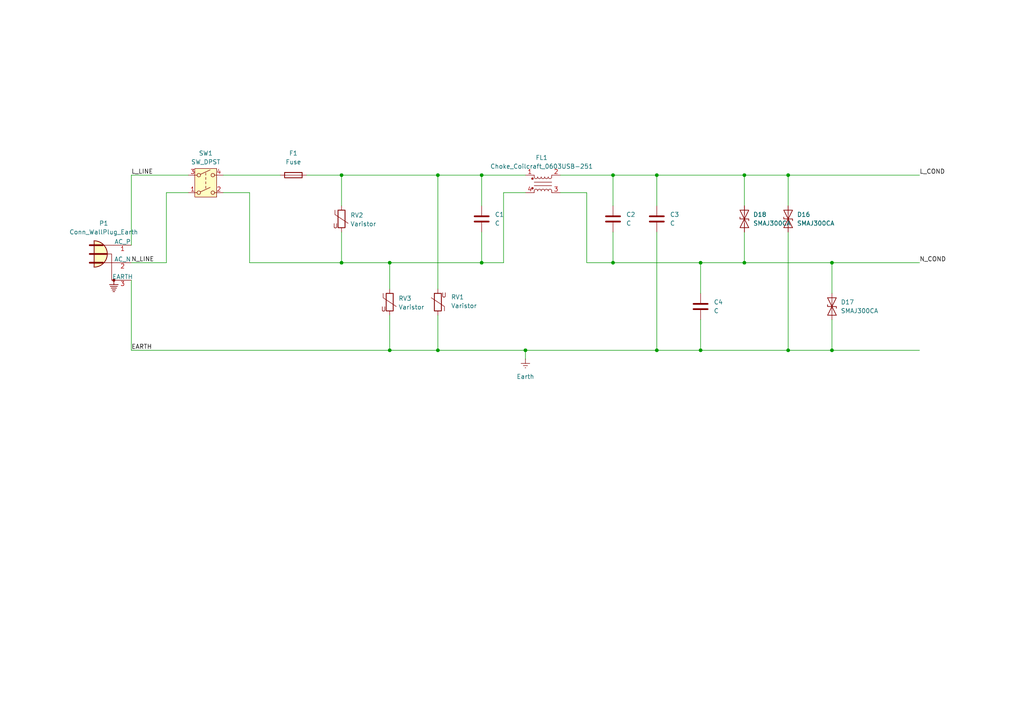
<source format=kicad_sch>
(kicad_sch (version 20240417) (generator "eeschema") (generator_version "8.99")
  (paper "A4")
  (title_block (title "Line Protection") (date "2024-05-08") (rev "0.1") (company "Kiwi Devices Limited"))
  (lib_symbols
    (symbol "Connector:Conn_WallPlug_Earth" (pin_names (offset 0))
      (property "Reference" "P" (at 0 3.81 0))
      (property "Value" "Conn_WallPlug_Earth" (at -5.08 0 90))
      (symbol "Conn_WallPlug_Earth_0_1"
        (polyline (pts (xy -4.445 2.54) (xy -0.635 2.54)) (stroke (width 0.508)))
        (polyline (pts (xy -4.445 0) (xy 0.508 0)) (stroke (width 0.508)))
        (polyline (pts (xy -4.445 -2.54) (xy -0.635 -2.54)) (stroke (width 0.508)))
        (arc (start -3.175 3.81) (mid 0.6184 0) (end -3.175 -3.81) (stroke (width 0.254)) (fill (type background)))
        (polyline (pts (xy -3.175 -3.81) (xy -3.175 3.81)) (stroke (width 0.254)))
        (polyline (pts (xy -0.635 2.54) (xy 2.54 2.54)))
        (polyline (pts (xy -0.635 -2.54) (xy 2.54 -2.54)))
        (polyline (pts (xy 1.524 -9.398) (xy 3.556 -9.398)) (stroke (width 0.2032)))
        (polyline (pts (xy 1.778 -9.906) (xy 3.302 -9.906)) (stroke (width 0.2032)))
        (polyline (pts (xy 2.032 -10.414) (xy 3.048 -10.414)) (stroke (width 0.2032)))
        (polyline (pts (xy 2.286 -10.922) (xy 2.794 -10.922)) (stroke (width 0.2032)))
        (polyline (pts (xy 2.54 -7.62) (xy 2.54 -8.89)) (stroke (width 0.2032)))
        (polyline (pts (xy 2.54 -7.62) (xy 1.905 -7.62) (xy 1.905 0) (xy -4.445 0)))
        (circle (center 2.54 -7.62) (radius 0.3556) (fill (type outline)))
        (polyline (pts (xy 3.81 -8.89) (xy 1.27 -8.89)) (stroke (width 0.2032)))
      )
      (symbol "Conn_WallPlug_Earth_1_1"
        (pin power_out line (at 7.62 2.54 180) (length 5.08) (name "AC_P") (number "1"))
        (pin power_out line (at 7.62 -2.54 180) (length 5.08) (name "AC_N") (number "2"))
        (pin passive line (at 7.62 -7.62 180) (length 5.08) (name "EARTH") (number "3"))
      )
    )
    (symbol "Device:C" (pin_numbers hide) (pin_names (offset 0.254))
      (property "Reference" "C" (at 0.635 2.54 0))
      (property "Value" "C" (at 0.635 -2.54 0))
      (symbol "C_0_1"
        (polyline (pts (xy -2.032 0.762) (xy 2.032 0.762)) (stroke (width 0.508)))
        (polyline (pts (xy -2.032 -0.762) (xy 2.032 -0.762)) (stroke (width 0.508)))
      )
      (symbol "C_1_1"
        (pin passive line (at 0 3.81 270) (length 2.794) (name "~") (number "1"))
        (pin passive line (at 0 -3.81 90) (length 2.794) (name "~") (number "2"))
      )
    )
    (symbol "Device:Fuse" (pin_numbers hide) (pin_names (offset 0))
      (property "Reference" "F" (at 2.032 0 90))
      (property "Value" "Fuse" (at -1.905 0 90))
      (symbol "Fuse_0_1"
        (rectangle (start -0.762 -2.54) (end 0.762 2.54) (stroke (width 0.254)))
        (polyline (pts (xy 0 2.54) (xy 0 -2.54)))
      )
      (symbol "Fuse_1_1"
        (pin passive line (at 0 3.81 270) (length 1.27) (name "~") (number "1"))
        (pin passive line (at 0 -3.81 90) (length 1.27) (name "~") (number "2"))
      )
    )
    (symbol "Device:Varistor" (pin_numbers hide) (pin_names (offset 0))
      (property "Reference" "RV" (at 3.175 0 90))
      (property "Value" "Varistor" (at -3.175 0 90))
      (symbol "Varistor_0_0"
        (text "U" (at -1.778 -2.032 0) (effects (font (size 1.27 1.27))))
      )
      (symbol "Varistor_0_1"
        (polyline (pts (xy -1.905 2.54) (xy -1.905 1.27) (xy 1.905 -1.27)))
        (rectangle (start -1.016 -2.54) (end 1.016 2.54) (stroke (width 0.254)))
      )
      (symbol "Varistor_1_1"
        (pin passive line (at 0 3.81 270) (length 1.27) (name "~") (number "1"))
        (pin passive line (at 0 -3.81 90) (length 1.27) (name "~") (number "2"))
      )
    )
    (symbol "Diode:SMAJ300CA" (pin_numbers hide) (pin_names (offset 1.016) hide)
      (property "Reference" "D" (at 0 2.54 0))
      (property "Value" "SMAJ300CA" (at 0 -2.54 0))
      (symbol "SMAJ300CA_0_1"
        (polyline (pts (xy -2.54 -1.27) (xy 0 0) (xy -2.54 1.27) (xy -2.54 -1.27)) (stroke (width 0.2032)))
        (polyline (pts (xy 0.508 1.27) (xy 0 1.27) (xy 0 -1.27) (xy -0.508 -1.27)) (stroke (width 0.2032)))
        (polyline (pts (xy 1.27 0) (xy -1.27 0)))
        (polyline (pts (xy 2.54 1.27) (xy 2.54 -1.27) (xy 0 0) (xy 2.54 1.27)) (stroke (width 0.2032)))
      )
      (symbol "SMAJ300CA_1_1"
        (pin passive line (at -3.81 0 0) (length 2.54) (name "A1") (number "1"))
        (pin passive line (at 3.81 0 180) (length 2.54) (name "A2") (number "2"))
      )
    )
    (symbol "Filter:Choke_Coilcraft_0603USB-251" (pin_names (offset 0.254) hide)
      (property "Reference" "FL" (at 0 4.445 0))
      (property "Value" "Choke_Coilcraft_0603USB-251" (at 0 -4.445 0))
      (symbol "Choke_Coilcraft_0603USB-251_0_1"
        (circle (center -3.048 1.524) (radius 0.254) (fill (type outline)))
        (circle (center -3.048 -1.27) (radius 0.254) (fill (type outline)))
        (polyline (pts (xy -2.54 2.032) (xy -2.54 2.54)))
        (polyline (pts (xy -2.54 0.508) (xy 2.54 0.508)))
        (polyline (pts (xy -2.54 -2.032) (xy -2.54 -2.54)))
        (arc (start -1.524 2.032) (mid -2.032 1.5262) (end -2.54 2.032))
        (arc (start -2.54 -2.032) (mid -2.032 -1.5262) (end -1.524 -2.032))
        (arc (start -0.508 2.032) (mid -1.016 1.5262) (end -1.524 2.032))
        (arc (start -1.524 -2.032) (mid -1.016 -1.5262) (end -0.508 -2.032))
        (arc (start 0.508 2.032) (mid 0 1.5262) (end -0.508 2.032))
        (arc (start -0.508 -2.032) (mid 0 -1.5262) (end 0.508 -2.032))
        (arc (start 1.524 2.032) (mid 1.016 1.5262) (end 0.508 2.032))
        (arc (start 0.508 -2.032) (mid 1.016 -1.5262) (end 1.524 -2.032))
        (arc (start 2.54 2.032) (mid 2.032 1.5262) (end 1.524 2.032))
        (arc (start 1.524 -2.032) (mid 2.032 -1.5262) (end 2.54 -2.032))
        (polyline (pts (xy 2.54 2.54) (xy 2.54 2.032)))
        (polyline (pts (xy 2.54 -0.508) (xy -2.54 -0.508)))
        (polyline (pts (xy 2.54 -2.032) (xy 2.54 -2.54)))
      )
      (symbol "Choke_Coilcraft_0603USB-251_1_1"
        (pin passive line (at -5.08 2.54 0) (length 2.54) (name "1") (number "1"))
        (pin passive line (at 5.08 2.54 180) (length 2.54) (name "2") (number "2"))
        (pin passive line (at 5.08 -2.54 180) (length 2.54) (name "3") (number "3"))
        (pin passive line (at -5.08 -2.54 0) (length 2.54) (name "4") (number "4"))
      )
    )
    (symbol "Switch:SW_DPST" (pin_names (offset 0) hide)
      (property "Reference" "SW" (at 0 6.35 0))
      (property "Value" "SW_DPST" (at 0 -5.08 0))
      (symbol "SW_DPST_0_0"
        (circle (center -2.032 2.54) (radius 0.508))
        (circle (center -2.032 -2.54) (radius 0.508))
        (polyline (pts (xy -1.524 2.794) (xy 1.27 4.064)))
        (polyline (pts (xy -1.524 -2.286) (xy 1.27 -1.016)))
        (polyline (pts (xy 0 2.54) (xy 0 3.175)))
        (polyline (pts (xy 0 1.27) (xy 0 1.905)))
        (polyline (pts (xy 0 0) (xy 0 0.635)))
        (polyline (pts (xy 0 -1.27) (xy 0 -0.635)))
        (circle (center 2.032 2.54) (radius 0.508))
        (circle (center 2.032 -2.54) (radius 0.508))
      )
      (symbol "SW_DPST_1_1"
        (rectangle (start -3.175 4.445) (end 3.175 -3.81) (fill (type background)))
        (pin passive line (at -5.08 -2.54 0) (length 2.54) (name "1") (number "1"))
        (pin passive line (at 5.08 -2.54 180) (length 2.54) (name "2") (number "2"))
        (pin passive line (at -5.08 2.54 0) (length 2.54) (name "3") (number "3"))
        (pin passive line (at 5.08 2.54 180) (length 2.54) (name "4") (number "4"))
      )
    )
    (symbol "power:Earth" (power) (pin_numbers hide) (pin_names (offset 0) hide)
      (property "Value" "Earth" (at 0 -3.81 0))
      (symbol "Earth_0_1"
        (polyline (pts (xy -0.635 -1.905) (xy 0.635 -1.905)))
        (polyline (pts (xy -0.127 -2.54) (xy 0.127 -2.54)))
        (polyline (pts (xy 0 -1.27) (xy 0 0)))
        (polyline (pts (xy 1.27 -1.27) (xy -1.27 -1.27)))
      )
      (symbol "Earth_1_1"
        (pin power_in line (at 0 0 270) (length 0) (name "~") (number "1"))
      )
    )
  )
  (junction (at 139.7 50.8))
  (junction (at 127 101.6))
  (junction (at 228.6 101.6))
  (junction (at 203.2 101.6))
  (junction (at 113.03 101.6))
  (junction (at 241.3 101.6))
  (junction (at 99.06 76.2))
  (junction (at 99.06 50.8))
  (junction (at 203.2 76.2))
  (junction (at 215.9 76.2))
  (junction (at 127 50.8))
  (junction (at 152.4 101.6))
  (junction (at 177.8 76.2))
  (junction (at 228.6 50.8))
  (junction (at 241.3 76.2))
  (junction (at 113.03 76.2))
  (junction (at 177.8 50.8))
  (junction (at 190.5 50.8))
  (junction (at 190.5 101.6))
  (junction (at 215.9 50.8))
  (junction (at 139.7 76.2))
  (wire (pts (xy 99.06 50.8) (xy 127 50.8)))
  (wire (pts (xy 241.3 92.71) (xy 241.3 101.6)))
  (wire (pts (xy 64.77 50.8) (xy 81.28 50.8)))
  (wire (pts (xy 139.7 50.8) (xy 139.7 59.69)))
  (wire (pts (xy 162.56 50.8) (xy 177.8 50.8)))
  (wire (pts (xy 48.26 55.88) (xy 48.26 76.2)))
  (wire (pts (xy 113.03 76.2) (xy 113.03 83.82)))
  (wire (pts (xy 203.2 76.2) (xy 203.2 85.09)))
  (wire (pts (xy 177.8 50.8) (xy 177.8 59.69)))
  (wire (pts (xy 228.6 67.31) (xy 228.6 101.6)))
  (wire (pts (xy 139.7 67.31) (xy 139.7 76.2)))
  (wire (pts (xy 127 91.44) (xy 127 101.6)))
  (wire (pts (xy 241.3 101.6) (xy 266.7 101.6)))
  (wire (pts (xy 38.1 101.6) (xy 113.03 101.6)))
  (wire (pts (xy 38.1 50.8) (xy 38.1 71.12)))
  (wire (pts (xy 177.8 50.8) (xy 190.5 50.8)))
  (wire (pts (xy 190.5 67.31) (xy 190.5 101.6)))
  (wire (pts (xy 241.3 76.2) (xy 241.3 85.09)))
  (wire (pts (xy 228.6 50.8) (xy 228.6 59.69)))
  (wire (pts (xy 203.2 92.71) (xy 203.2 101.6)))
  (wire (pts (xy 113.03 101.6) (xy 127 101.6)))
  (wire (pts (xy 203.2 76.2) (xy 215.9 76.2)))
  (wire (pts (xy 127 50.8) (xy 139.7 50.8)))
  (wire (pts (xy 139.7 76.2) (xy 113.03 76.2)))
  (wire (pts (xy 48.26 76.2) (xy 38.1 76.2)))
  (wire (pts (xy 190.5 50.8) (xy 190.5 59.69)))
  (wire (pts (xy 215.9 67.31) (xy 215.9 76.2)))
  (wire (pts (xy 127 101.6) (xy 152.4 101.6)))
  (wire (pts (xy 215.9 50.8) (xy 228.6 50.8)))
  (wire (pts (xy 127 83.82) (xy 127 50.8)))
  (wire (pts (xy 228.6 101.6) (xy 241.3 101.6)))
  (wire (pts (xy 72.39 76.2) (xy 99.06 76.2)))
  (wire (pts (xy 113.03 91.44) (xy 113.03 101.6)))
  (wire (pts (xy 190.5 101.6) (xy 203.2 101.6)))
  (wire (pts (xy 190.5 50.8) (xy 215.9 50.8)))
  (wire (pts (xy 38.1 81.28) (xy 38.1 101.6)))
  (wire (pts (xy 215.9 50.8) (xy 215.9 59.69)))
  (wire (pts (xy 170.18 76.2) (xy 177.8 76.2)))
  (wire (pts (xy 99.06 76.2) (xy 113.03 76.2)))
  (wire (pts (xy 203.2 101.6) (xy 228.6 101.6)))
  (wire (pts (xy 54.61 55.88) (xy 48.26 55.88)))
  (wire (pts (xy 99.06 50.8) (xy 99.06 59.69)))
  (wire (pts (xy 72.39 55.88) (xy 72.39 76.2)))
  (wire (pts (xy 146.05 55.88) (xy 146.05 76.2)))
  (wire (pts (xy 64.77 55.88) (xy 72.39 55.88)))
  (wire (pts (xy 152.4 55.88) (xy 146.05 55.88)))
  (wire (pts (xy 162.56 55.88) (xy 170.18 55.88)))
  (wire (pts (xy 170.18 55.88) (xy 170.18 76.2)))
  (wire (pts (xy 139.7 50.8) (xy 152.4 50.8)))
  (wire (pts (xy 152.4 101.6) (xy 190.5 101.6)))
  (wire (pts (xy 177.8 67.31) (xy 177.8 76.2)))
  (wire (pts (xy 177.8 76.2) (xy 203.2 76.2)))
  (wire (pts (xy 38.1 50.8) (xy 54.61 50.8)))
  (wire (pts (xy 88.9 50.8) (xy 99.06 50.8)))
  (wire (pts (xy 99.06 67.31) (xy 99.06 76.2)))
  (wire (pts (xy 152.4 101.6) (xy 152.4 104.14)))
  (wire (pts (xy 215.9 76.2) (xy 241.3 76.2)))
  (wire (pts (xy 241.3 76.2) (xy 266.7 76.2)))
  (wire (pts (xy 146.05 76.2) (xy 139.7 76.2)))
  (wire (pts (xy 228.6 50.8) (xy 266.7 50.8)))
  (label "N_COND" (at 266.7 76.2 0))
  (label "N_LINE" (at 38.1 76.2 0))
  (label "L_COND" (at 266.7 50.8 0))
  (label "EARTH" (at 38.1 101.6 0))
  (label "L_LINE" (at 38.1 50.8 0))
  (symbol (lib_id "Device:Varistor") (at 113.03 87.63 0) (unit 1)
    (property "Reference" "RV3" (at 115.57 86.5532 0) (effects (justify left)))
    (property "Value" "Varistor" (at 115.57 89.0932 0) (effects (justify left)))
    (property "Description" "Voltage dependent resistor" (effects (hide yes)))
    (property "Sim.Name" "kicad_builtin_varistor" (effects (hide yes)))
    (property "Sim.Device" "SUBCKT" (effects (hide yes)))
    (property "Sim.Pins" "1=A 2=B" (effects (hide yes)))
    (property "Sim.Params" "threshold=1k" (effects (hide yes)))
    (property "Sim.Library" "${KICAD7_SYMBOL_DIR}/Simulation_SPICE.sp" (effects (hide yes)))
  )
  (symbol (lib_id "Device:C") (at 190.5 63.5 0) (unit 1)
    (property "Reference" "C3" (at 194.31 62.2299 0) (effects (justify left)))
    (property "Value" "C" (at 194.31 64.7699 0) (effects (justify left)))
    (property "Description" "Unpolarized capacitor" (effects (hide yes)))
  )
  (symbol (lib_id "Device:Varistor") (at 127 87.63 180) (unit 1)
    (property "Reference" "RV1" (at 130.81 86.1665 0) (effects (justify right)))
    (property "Value" "Varistor" (at 130.81 88.7065 0) (effects (justify right)))
    (property "Description" "Voltage dependent resistor" (effects (hide yes)))
    (property "Sim.Name" "kicad_builtin_varistor" (effects (hide yes)))
    (property "Sim.Device" "SUBCKT" (effects (hide yes)))
    (property "Sim.Pins" "1=A 2=B" (effects (hide yes)))
    (property "Sim.Params" "threshold=1k" (effects (hide yes)))
    (property "Sim.Library" "${KICAD7_SYMBOL_DIR}/Simulation_SPICE.sp" (effects (hide yes)))
  )
  (symbol (lib_id "Switch:SW_DPST") (at 59.69 53.34 0) (unit 1)
    (property "Reference" "SW1" (at 59.69 44.45 0))
    (property "Value" "SW_DPST" (at 59.69 46.99 0))
    (property "Description" "Double Pole Single Throw (DPST) Switch" (effects (hide yes)))
  )
  (symbol (lib_id "Device:C") (at 139.7 63.5 0) (unit 1)
    (property "Reference" "C1" (at 143.51 62.2299 0) (effects (justify left)))
    (property "Value" "C" (at 143.51 64.7699 0) (effects (justify left)))
    (property "Description" "Unpolarized capacitor" (effects (hide yes)))
  )
  (symbol (lib_id "Diode:SMAJ300CA") (at 241.3 88.9 90) (unit 1)
    (property "Reference" "D17" (at 243.84 87.6299 90) (effects (justify right)))
    (property "Value" "SMAJ300CA" (at 243.84 90.1699 90) (effects (justify right)))
    (property "Footprint" "Diode_SMD:D_SMA" (effects (hide yes)))
    (property "Datasheet" "https://www.littelfuse.com/media?resourcetype=datasheets&itemid=75e32973-b177-4ee3-a0ff-cedaf1abdb93&filename=smaj-datasheet" (effects (hide yes)))
    (property "Description" "600W bidirectional Transient Voltage Suppressor, 300.0Vr, SMA(DO-214AC)" (effects (hide yes)))
  )
  (symbol (lib_id "Filter:Choke_Coilcraft_0603USB-251") (at 157.48 53.34 0) (unit 1)
    (property "Reference" "FL1" (at 157.099 45.72 0))
    (property "Value" "Choke_Coilcraft_0603USB-251" (at 157.099 48.26 0))
    (property "Footprint" "Inductor_SMD:L_CommonModeChoke_Coilcraft_0603USB" (effects (hide yes)))
    (property "Datasheet" "https://www.coilcraft.com/pdfs/0603usb.pdf" (effects (hide yes)))
    (property "Description" "Common mode choke, 500mA, 250VAC, 18nH, 77 mohm, 3.8Ghz, " (effects (hide yes)))
  )
  (symbol (lib_id "power:Earth") (at 152.4 104.14 0) (unit 1)
    (property "Reference" "#PWR023" (effects (hide yes)))
    (property "Value" "Earth" (at 152.4 109.22 0))
    (property "Description" "Power symbol creates a global label with name \"Earth\"" (effects (hide yes)))
  )
  (symbol (lib_id "Device:C") (at 203.2 88.9 0) (unit 1)
    (property "Reference" "C4" (at 207.01 87.6299 0) (effects (justify left)))
    (property "Value" "C" (at 207.01 90.1699 0) (effects (justify left)))
    (property "Description" "Unpolarized capacitor" (effects (hide yes)))
  )
  (symbol (lib_id "Device:C") (at 177.8 63.5 0) (unit 1)
    (property "Reference" "C2" (at 181.61 62.2299 0) (effects (justify left)))
    (property "Value" "C" (at 181.61 64.7699 0) (effects (justify left)))
    (property "Description" "Unpolarized capacitor" (effects (hide yes)))
  )
  (symbol (lib_id "Device:Fuse") (at 85.09 50.8 90) (unit 1)
    (property "Reference" "F1" (at 85.09 44.45 90))
    (property "Value" "Fuse" (at 85.09 46.99 90))
    (property "Description" "Fuse" (effects (hide yes)))
  )
  (symbol (lib_id "Diode:SMAJ300CA") (at 228.6 63.5 90) (unit 1)
    (property "Reference" "D16" (at 231.14 62.2299 90) (effects (justify right)))
    (property "Value" "SMAJ300CA" (at 231.14 64.7699 90) (effects (justify right)))
    (property "Footprint" "Diode_SMD:D_SMA" (effects (hide yes)))
    (property "Datasheet" "https://www.littelfuse.com/media?resourcetype=datasheets&itemid=75e32973-b177-4ee3-a0ff-cedaf1abdb93&filename=smaj-datasheet" (effects (hide yes)))
    (property "Description" "600W bidirectional Transient Voltage Suppressor, 300.0Vr, SMA(DO-214AC)" (effects (hide yes)))
  )
  (symbol (lib_id "Device:Varistor") (at 99.06 63.5 0) (unit 1)
    (property "Reference" "RV2" (at 101.6 62.4232 0) (effects (justify left)))
    (property "Value" "Varistor" (at 101.6 64.9632 0) (effects (justify left)))
    (property "Description" "Voltage dependent resistor" (effects (hide yes)))
    (property "Sim.Name" "kicad_builtin_varistor" (effects (hide yes)))
    (property "Sim.Device" "SUBCKT" (effects (hide yes)))
    (property "Sim.Pins" "1=A 2=B" (effects (hide yes)))
    (property "Sim.Params" "threshold=1k" (effects (hide yes)))
    (property "Sim.Library" "${KICAD7_SYMBOL_DIR}/Simulation_SPICE.sp" (effects (hide yes)))
  )
  (symbol (lib_id "Connector:Conn_WallPlug_Earth") (at 30.48 73.66 0) (unit 1)
    (property "Reference" "P1" (at 30.0863 64.77 0))
    (property "Value" "Conn_WallPlug_Earth" (at 30.0863 67.31 0))
    (property "Description" "3-pin general wall plug, with Earth wire (110VAC, 220VAC)" (effects (hide yes)))
  )
  (symbol (lib_id "Diode:SMAJ300CA") (at 215.9 63.5 90) (unit 1)
    (property "Reference" "D18" (at 218.44 62.2299 90) (effects (justify right)))
    (property "Value" "SMAJ300CA" (at 218.44 64.7699 90) (effects (justify right)))
    (property "Footprint" "Diode_SMD:D_SMA" (effects (hide yes)))
    (property "Datasheet" "https://www.littelfuse.com/media?resourcetype=datasheets&itemid=75e32973-b177-4ee3-a0ff-cedaf1abdb93&filename=smaj-datasheet" (effects (hide yes)))
    (property "Description" "600W bidirectional Transient Voltage Suppressor, 300.0Vr, SMA(DO-214AC)" (effects (hide yes)))
  )
)
</source>
